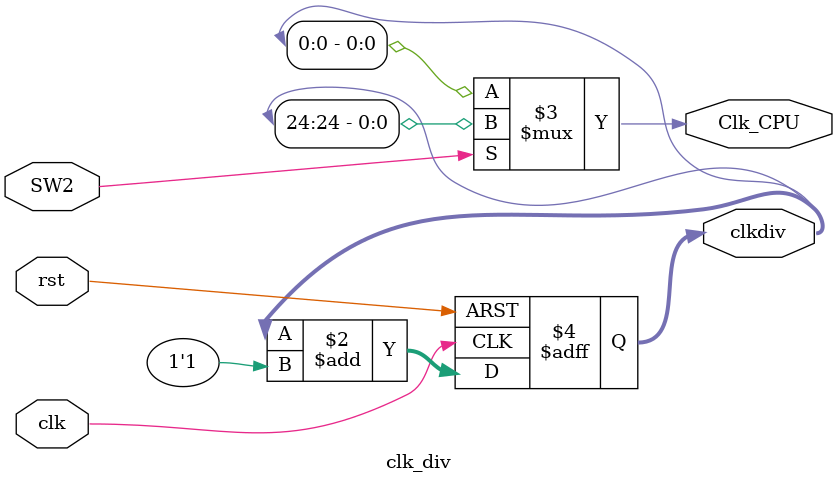
<source format=v>
`timescale 1ns / 1ps
module clk_div(input clk,
					input rst,
					input SW2,
					output reg[31:0]clkdiv,
					output Clk_CPU
					);
					
// Clock divider-Ê±ÖÓ·ÖÆµÆ÷
	always @ (posedge clk or posedge rst) begin 
		if(rst) 
			clkdiv <= 0; 
		else 
			clkdiv <= clkdiv + 1'b1; 
	end
		
	assign Clk_CPU=(SW2)? clkdiv[24] : clkdiv[0];
		
endmodule




</source>
